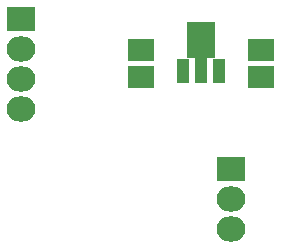
<source format=gts>
G04 #@! TF.FileFunction,Soldermask,Top*
%FSLAX46Y46*%
G04 Gerber Fmt 4.6, Leading zero omitted, Abs format (unit mm)*
G04 Created by KiCad (PCBNEW 4.0.1-stable) date 2016/03/20 16:03:40*
%MOMM*%
G01*
G04 APERTURE LIST*
%ADD10C,0.100000*%
%ADD11R,1.101040X2.000200*%
%ADD12R,1.101040X2.500580*%
%ADD13R,2.398980X3.150820*%
%ADD14R,2.432000X2.127200*%
%ADD15O,2.432000X2.127200*%
%ADD16R,2.200860X1.949400*%
G04 APERTURE END LIST*
D10*
D11*
X107718860Y-75559920D03*
D12*
X109220000Y-75311000D03*
D11*
X110721140Y-75559920D03*
D13*
X109220000Y-72910700D03*
D14*
X93980000Y-71120000D03*
D15*
X93980000Y-73660000D03*
X93980000Y-76200000D03*
X93980000Y-78740000D03*
D14*
X111760000Y-83820000D03*
D15*
X111760000Y-86360000D03*
X111760000Y-88900000D03*
D16*
X114300000Y-76106020D03*
X114300000Y-73753980D03*
X104140000Y-73753980D03*
X104140000Y-76106020D03*
M02*

</source>
